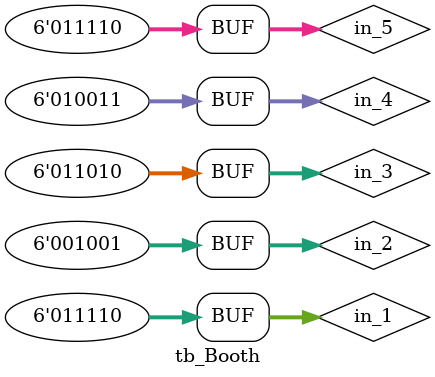
<source format=v>
module tb_Booth;

reg [5:0] in_1;
reg [5:0] in_2;
reg [5:0] in_3;
reg [5:0] in_4;
reg [5:0] in_5;
  
wire [2*6-1:0] out; //product

Booth u(
	.in_1(in_1), 
	.in_2(in_2), 
	.in_3(in_3), 
	.in_4(in_4), 
	.in_5(in_5),
	.out(out)
);

initial begin

in_1 = 30;
in_2 = 9;
in_3 = 26;
in_4 = 19;
in_5 = 30;

end

endmodule
</source>
